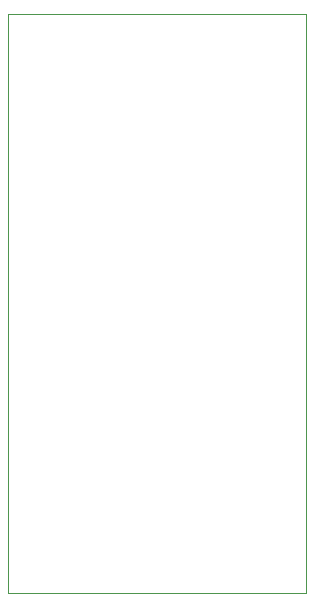
<source format=gbr>
%TF.GenerationSoftware,KiCad,Pcbnew,(6.0.0)*%
%TF.CreationDate,2022-02-11T23:14:06+08:00*%
%TF.ProjectId,esp8266,65737038-3236-4362-9e6b-696361645f70,rev?*%
%TF.SameCoordinates,Original*%
%TF.FileFunction,Profile,NP*%
%FSLAX46Y46*%
G04 Gerber Fmt 4.6, Leading zero omitted, Abs format (unit mm)*
G04 Created by KiCad (PCBNEW (6.0.0)) date 2022-02-11 23:14:06*
%MOMM*%
%LPD*%
G01*
G04 APERTURE LIST*
%TA.AperFunction,Profile*%
%ADD10C,0.100000*%
%TD*%
G04 APERTURE END LIST*
D10*
X141850000Y-105796490D02*
X116600000Y-105796490D01*
X116600000Y-105796490D02*
X116600000Y-154771490D01*
X116600000Y-154771490D02*
X141850000Y-154771490D01*
X141850000Y-154771490D02*
X141850000Y-105796490D01*
M02*

</source>
